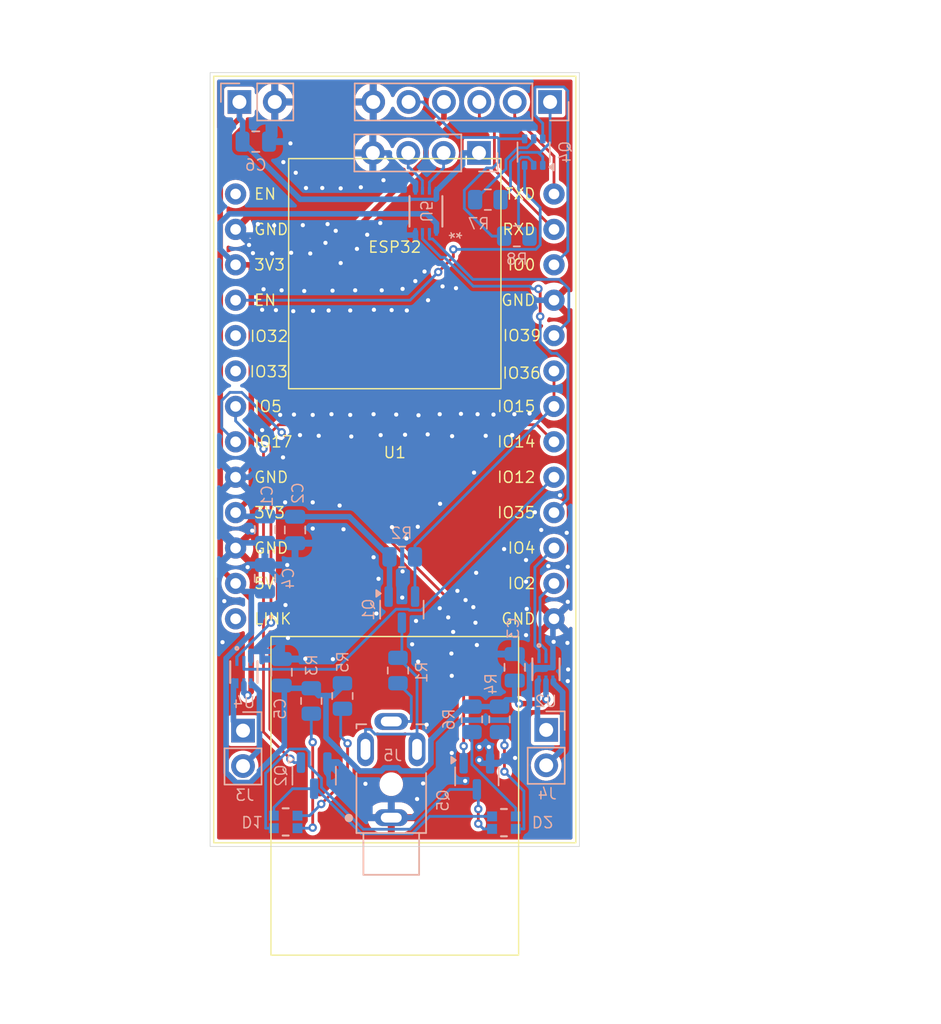
<source format=kicad_pcb>
(kicad_pcb (version 20240108) (generator "pcbnew") (generator_version "8.0")
  (layers (0 "F.Cu" signal) (31 "B.Cu" signal) (34 "B.Paste" user) (35 "F.Paste" user) (36 "B.SilkS" user "B.Silkscreen") (37 "F.SilkS" user "F.Silkscreen") (38 "B.Mask" user) (39 "F.Mask" user) (44 "Edge.Cuts" user))
  (net 0 "")
  (net 1 "+3V3")
  (net 2 "GND")
  (net 3 "+5V")
  (net 4 "Net-(Q5-D)")
  (net 5 "Net-(Q2-D)")
  (net 6 "Net-(D1-Pad4)")
  (net 7 "Net-(D1-Pad3)")
  (net 8 "Net-(J3-Pin_2)")
  (net 9 "Net-(J3-Pin_1)")
  (net 10 "Net-(J4-Pin_1)")
  (net 11 "Net-(J4-Pin_2)")
  (net 12 "Net-(J5-tip_front)")
  (net 13 "/DTR")
  (net 14 "/Prog_RX")
  (net 15 "/RTS")
  (net 16 "/Prog_TX")
  (net 17 "Net-(J7-Pin_3)")
  (net 18 "Net-(J7-Pin_2)")
  (net 19 "/lanc i{slash}o")
  (net 20 "/GREEN")
  (net 21 "Net-(Q4A-B1)")
  (net 22 "/IO0")
  (net 23 "Net-(Q4B-B2)")
  (net 24 "/EN")
  (net 25 "/RED")
  (net 27 "/pan backward")
  (net 28 "/tilt forward")
  (net 30 "/pan forward")
  (net 32 "/tilt backward")
  (net 34 "Net-(J5-ring)")
  (net 35 "Net-(D2-Pad3)")
  (net 36 "Net-(D2-Pad4)")
  (net 37 "Net-(U1-IO35{slash}ADC1_CH7{slash}INPUT_ONLY)")
  (net 38 "Net-(U1-IO39{slash}ADC1_CH3{slash}INPUT_ONLY)")
  (footprint "FootprintLibrary:WT32-ETH01" (layer "F.Cu") (at 76.708 49.022)
    (property "Reference" "U1")
    (property "Value" "WT32-ETH01")
  )
  (footprint "FootprintLibrary:SOT6_DRV8212_TEX" (layer "B.Cu") (at 65.8701 64.2747 -90)
    (property "Reference" "U4")
    (property "Value" "DRV8212DRLR")
  )
  (footprint "Resistor_SMD:R_0805_2012Metric" (layer "B.Cu") (at 72.9488 65.9892 -90)
    (property "Reference" "R5")
    (property "Value" "100")
  )
  (footprint "Connector_PinHeader_2.54mm:PinHeader_1x02_P2.54mm_Vertical" (layer "B.Cu") (at 65.8114 68.4734 180)
    (property "Reference" "J3")
    (property "Value" "Pan")
  )
  (footprint "Capacitor_SMD:C_0805_2012Metric" (layer "B.Cu") (at 67.3862 54.0512 -90)
    (property "Reference" "C1")
    (property "Value" "1uF")
  )
  (footprint "Resistor_SMD:R_0805_2012Metric" (layer "B.Cu") (at 70.7136 66.3448 -90)
    (property "Reference" "R3")
    (property "Value" "150")
  )
  (footprint "Capacitor_SMD:C_0805_2012Metric" (layer "B.Cu") (at 67.3862 57.5412 90)
    (property "Reference" "C4")
    (property "Value" "100nF")
  )
  (footprint "Resistor_SMD:R_0805_2012Metric" (layer "B.Cu") (at 85.471 32.9946)
    (property "Reference" "R8")
    (property "Value" "10K/5%")
  )
  (footprint "FootprintLibrary:SMT_RG74000_WRE" (layer "B.Cu") (at 68.8721 75.0244)
    (property "Reference" "D1")
    (property "Value" "150066RG74000")
  )
  (footprint "Connector_PinHeader_2.54mm:PinHeader_1x02_P2.54mm_Vertical" (layer "B.Cu") (at 65.5524 23.368 -90)
    (property "Reference" "J1" (hide yes))
    (property "Value" "5V input")
  )
  (footprint "Resistor_SMD:R_0805_2012Metric" (layer "B.Cu") (at 83.3882 30.3784 180)
    (property "Reference" "R7")
    (property "Value" "10K/5%")
  )
  (footprint "FootprintLibrary:SOT6_DRV8212_TEX" (layer "B.Cu") (at 87.5617 64.0715 -90)
    (property "Reference" "U2")
    (property "Value" "DRV8212DRLR")
  )
  (footprint "Package_TO_SOT_SMD:SOT-23" (layer "B.Cu") (at 82.6008 71.755 -90)
    (property "Reference" "Q5")
    (property "Value" "BSS123")
  )
  (footprint "FootprintLibrary:CUI_SJ1-2503A" (layer "B.Cu") (at 76.454 74.718)
    (property "Reference" "J5")
    (property "Value" "SJ1-2503A")
  )
  (footprint "Resistor_SMD:R_0805_2012Metric" (layer "B.Cu") (at 76.9366 64.1604 -90)
    (property "Reference" "R1")
    (property "Value" "10K")
  )
  (footprint "Package_TO_SOT_SMD:SOT-23" (layer "B.Cu") (at 77.216 59.7939 -90)
    (property "Reference" "Q1")
    (property "Value" "BSS123")
  )
  (footprint "FootprintLibrary:VSSOP8_74LVC2T45DC_125_NEX-L" (layer "B.Cu") (at 78.9432 31.2166 90)
    (property "Reference" "U5")
    (property "Value" "74LVC2T45DC")
  )
  (footprint "Resistor_SMD:R_0805_2012Metric" (layer "B.Cu") (at 84.2264 67.6656 -90)
    (property "Reference" "R4")
    (property "Value" "150")
  )
  (footprint "Connector_PinHeader_2.54mm:PinHeader_1x04_P2.54mm_Vertical" (layer "B.Cu") (at 82.7532 27.0256 90)
    (property "Reference" "J7" (hide yes))
    (property "Value" "Sensor")
  )
  (footprint "Resistor_SMD:R_0805_2012Metric" (layer "B.Cu") (at 77.2414 56.007)
    (property "Reference" "R2")
    (property "Value" "3.3K")
  )
  (footprint "Package_TO_SOT_SMD:SOT-363_SC-70-6" (layer "B.Cu") (at 86.6798 26.9646 90)
    (property "Reference" "Q4")
    (property "Value" "MUN5211DW1")
  )
  (footprint "FootprintLibrary:SMT_RG74000_WRE" (layer "B.Cu") (at 84.5439 75.0752)
    (property "Reference" "D2")
    (property "Value" "150066RG74000")
  )
  (footprint "Connector_PinHeader_2.54mm:PinHeader_1x02_P2.54mm_Vertical" (layer "B.Cu") (at 87.5792 68.4226 180)
    (property "Reference" "J4")
    (property "Value" "Tilt")
  )
  (footprint "Package_TO_SOT_SMD:SOT-23" (layer "B.Cu") (at 70.9168 71.7042 -90)
    (property "Reference" "Q2")
    (property "Value" "BSS123")
  )
  (footprint "Resistor_SMD:R_0805_2012Metric" (layer "B.Cu") (at 82.2452 67.6656 -90)
    (property "Reference" "R6")
    (property "Value" "100")
  )
  (footprint "Capacitor_SMD:C_0805_2012Metric" (layer "B.Cu") (at 85.3186 63.9318 90)
    (property "Reference" "C3")
    (property "Value" "1uF")
  )
  (footprint "Capacitor_SMD:C_0805_2012Metric" (layer "B.Cu") (at 66.7258 26.2128)
    (property "Reference" "C6")
    (property "Value" "1uF")
  )
  (footprint "Capacitor_SMD:C_0805_2012Metric" (layer "B.Cu") (at 68.58 64.2874 90)
    (property "Reference" "C5")
    (property "Value" "1uF")
  )
  (footprint "Connector_PinHeader_2.54mm:PinHeader_1x06_P2.54mm_Vertical" (layer "B.Cu") (at 87.8586 23.368 90)
    (property "Reference" "J6" (hide yes))
    (property "Value" "Prog")
  )
  (footprint "Capacitor_SMD:C_0805_2012Metric" (layer "B.Cu") (at 69.5452 54.0766 -90)
    (property "Reference" "C2")
    (property "Value" "100nF")
  )
  (gr_rect (start 63.4492 21.2598) (end 89.9668 76.7842) (stroke (width 0.05)) (fill none) (layer "Edge.Cuts"))
  (segment (start 80.2386 24.5467) (end 78.9432 25.8421) (width 0.4) (layer "F.Cu") (net 1))
  (segment (start 71.3478 35.052) (end 66.4075 35.052) (width 0.4) (layer "F.Cu") (net 1))
  (segment (start 80.2386 23.368) (end 80.2386 24.5467) (width 0.4) (layer "F.Cu") (net 1))
  (segment (start 66.4075 51.7025) (end 66.4075 35.052) (width 0.4) (layer "F.Cu") (net 1))
  (segment (start 78.9432 27.4566) (end 71.3478 35.052) (width 0.4) (layer "F.Cu") (net 1))
  (segment (start 78.9432 25.8421) (end 78.9432 27.4566) (width 0.4) (layer "F.Cu") (net 1))
  (segment (start 66.4075 35.052) (end 65.278 35.052) (width 0.4) (layer "F.Cu") (net 1))
  (segment (start 65.278 52.832) (end 66.4075 51.7025) (width 0.4) (layer "F.Cu") (net 1))
  (segment (start 76.3289 58.7935) (end 76.3289 56.007) (width 0.4) (layer "B.Cu") (net 1))
  (segment (start 64.1604 32.0587) (end 64.1604 33.9344) (width 0.4) (layer "B.Cu") (net 1))
  (segment (start 67.4116 53.1266) (end 67.3862 53.1012) (width 0.4) (layer "B.Cu") (net 1))
  (segment (start 79.0046 31.3929) (end 64.8262 31.3929) (width 0.4) (layer "B.Cu") (net 1))
  (segment (start 76.3289 56.007) (end 73.4485 53.1266) (width 0.4) (layer "B.Cu") (net 1))
  (segment (start 64.8262 31.3929) (end 64.1604 32.0587) (width 0.4) (layer "B.Cu") (net 1))
  (segment (start 64.1604 33.9344) (end 65.278 35.052) (width 0.4) (layer "B.Cu") (net 1))
  (segment (start 79.6934 32.0817) (end 79.0046 31.3929) (width 0.4) (layer "B.Cu") (net 1))
  (segment (start 67.3862 53.1012) (end 65.5472 53.1012) (width 0.4) (layer "B.Cu") (net 1))
  (segment (start 76.266 58.8564) (end 76.3289 58.7935) (width 0.4) (layer "B.Cu") (net 1))
  (segment (start 73.4485 53.1266) (end 69.5452 53.1266) (width 0.4) (layer "B.Cu") (net 1))
  (segment (start 69.5452 53.1266) (end 67.4116 53.1266) (width 0.4) (layer "B.Cu") (net 1))
  (segment (start 65.5472 53.1012) (end 65.278 52.832) (width 0.4) (layer "B.Cu") (net 1))
  (segment (start 79.6934 32.6898) (end 79.6934 32.0817) (width 0.4) (layer "B.Cu") (net 1))
  (segment (start 68.0924 23.368) (end 68.0924 29.6976) (width 0.4) (layer "F.Cu") (net 2))
  (segment (start 88.138 37.592) (end 89.2556 38.7096) (width 0.4) (layer "F.Cu") (net 2))
  (segment (start 75.1586 23.368) (end 75.1586 24.5467) (width 0.4) (layer "F.Cu") (net 2))
  (segment (start 89.2556 59.1058) (end 89.1286 59.2328) (width 0.4) (layer "F.Cu") (net 2))
  (segment (start 89.2556 56.8452) (end 89.2556 59.1058) (width 0.4) (layer "F.Cu") (net 2))
  (segment (start 75.1332 24.5721) (end 75.1332 27.0256) (width 0.4) (layer "F.Cu") (net 2))
  (segment (start 89.0524 54.2798) (end 89.2556 54.483) (width 0.4) (layer "F.Cu") (net 2))
  (segment (start 89.2556 56.5912) (end 89.1286 56.7182) (width 0.4) (layer "F.Cu") (net 2))
  (segment (start 89.2556 38.7096) (end 89.2556 54.0766) (width 0.4) (layer "F.Cu") (net 2))
  (segment (start 89.1286 56.7182) (end 89.2556 56.8452) (width 0.4) (layer "F.Cu") (net 2))
  (segment (start 89.2556 54.483) (end 89.2556 56.5912) (width 0.4) (layer "F.Cu") (net 2))
  (segment (start 89.2431 59.3469) (end 88.138 60.452) (width 0.4) (layer "F.Cu") (net 2))
  (segment (start 75.1586 24.5467) (end 75.1332 24.5721) (width 0.4) (layer "F.Cu") (net 2))
  (segment (start 89.2556 54.0766) (end 89.0524 54.2798) (width 0.4) (layer "F.Cu") (net 2))
  (segment (start 68.0924 29.6976) (end 65.278 32.512) (width 0.4) (layer "F.Cu") (net 2))
  (segment (start 89.1286 59.2328) (end 89.2431 59.3469) (width 0.4) (layer "F.Cu") (net 2))
  (via (at 73.9902 33.909) (size 0.6) (drill 0.3) (layers "F.Cu" "B.Cu") (net 2))
  (via (at 74.5998 72.2884) (size 0.6) (drill 0.3) (layers "F.Cu" "B.Cu") (net 2))
  (via (at 70.2818 63.3222) (size 0.6) (drill 0.3) (layers "F.Cu" "B.Cu") (net 2))
  (via (at 78.74 72.263) (size 0.6) (drill 0.3) (layers "F.Cu" "B.Cu") (net 2))
  (via (at 75.692 47.2694) (size 0.6) (drill 0.3) (layers "F.Cu" "B.Cu") (net 2))
  (via (at 80.7974 64.5414) (size 0.6) (drill 0.3) (layers "F.Cu" "B.Cu") (net 2))
  (via (at 76.8096 45.7962) (size 0.6) (drill 0.3) (layers "F.Cu" "B.Cu") (net 2))
  (via (at 83.4644 69.6468) (size 0.6) (drill 0.3) (layers "F.Cu" "B.Cu") (net 2))
  (via (at 68.58 36.8808) (size 0.6) (drill 0.3) (layers "F.Cu" "B.Cu") (net 2))
  (via (at 77.5462 54.6862) (size 0.6) (drill 0.3) (layers "F.Cu" "B.Cu") (net 2))
  (via (at 75.184 56.0324) (size 0.6) (drill 0.3) (layers "F.Cu" "B.Cu") (net 2))
  (via (at 76.4794 38.3032) (size 0.6) (drill 0.3) (layers "F.Cu" "B.Cu") (net 2))
  (via (at 78.8416 35.5346) (size 0.6) (drill 0.3) (layers "F.Cu" "B.Cu") (net 2))
  (via (at 82.4992 60.7314) (size 0.6) (drill 0.3) (layers "F.Cu" "B.Cu") (net 2))
  (via (at 75.5396 57.5818) (size 0.6) (drill 0.3) (layers "F.Cu" "B.Cu") (net 2))
  (via (at 87.2236 54.0766) (size 0.6) (drill 0.3) (layers "F.Cu" "B.Cu") (net 2))
  (via (at 68.6816 48.8696) (size 0.6) (drill 0.3) (layers "F.Cu" "B.Cu") (net 2))
  (via (at 81.4578 45.7454) (size 0.6) (drill 0.3) (layers "F.Cu" "B.Cu") (net 2))
  (via (at 70.8406 38.354) (size 0.6) (drill 0.3) (layers "F.Cu" "B.Cu") (net 2))
  (via (at 86.1314 61.6204) (size 0.6) (drill 0.3) (layers "F.Cu" "B.Cu") (net 2))
  (via (at 82.6008 62.3316) (size 0.6) (drill 0.3) (layers "F.Cu" "B.Cu") (net 2))
  (via (at 68.4784 45.8216) (size 0.6) (drill 0.3) (layers "F.Cu" "B.Cu") (net 2))
  (via (at 78.1812 36.2204) (size 0.6) (drill 0.3) (layers "F.Cu" "B.Cu") (net 2))
  (via (at 89.1032 62.1792) (size 0.6) (drill 0.3) (layers "F.Cu" "B.Cu") (net 2))
  (via (at 69.4182 38.3794) (size 0.6) (drill 0.3) (layers "F.Cu" "B.Cu") (net 2))
  (via (at 72.263 63.3476) (size 0.6) (drill 0.3) (layers "F.Cu" "B.Cu") (net 2))
  (via (at 69.596 28.448) (size 0.6) (drill 0.3) (layers "F.Cu" "B.Cu") (net 2))
  (via (at 70.2056 36.9316) (size 0.6) (drill 0.3) (layers "F.Cu" "B.Cu") (net 2))
  (via (at 82.7786 69.6468) (size 0.6) (drill 0.3) (layers "F.Cu" "B.Cu") (net 2))
  (via (at 83.2358 47.3202) (size 0.6) (drill 0.3) (layers "F.Cu" "B.Cu") (net 2))
  (via (at 77.2414 58.928) (size 0.6) (drill 0.3) (layers "F.Cu" "B.Cu") (net 2))
  (via (at 78.4098 45.847) (size 0.6) (drill 0.3) (layers "F.Cu" "B.Cu") (net 2))
  (via (at 78.232 60.6044) (size 0.6) (drill 0.3) (layers "F.Cu" "B.Cu") (net 2))
  (via (at 64.4652 59.182) (size 0.6) (drill 0.3) (layers "F.Cu" "B.Cu") (net 2))
  (via (at 73.8632 36.8808) (size 0.6) (drill 0.3) (layers "F.Cu" "B.Cu") (net 2))
  (via (at 89.1286 59.2328) (size 0.6) (drill 0.3) (layers "F.Cu" "B.Cu") (net 2))
  (via (at 89.154 64.0842) (size 0.6) (drill 0.3) (layers "F.Cu" "B.Cu") (net 2))
  (via (at 68.9864 56.5912) (size 0.6) (drill 0.3) (layers "F.Cu" "B.Cu") (net 2))
  (via (at 86.3854 45.72) (size 0.6) (drill 0.3) (layers "F.Cu" "B.Cu") (net 2))
  (via (at 79.0702 47.2186) (size 0.6) (drill 0.3) (layers "F.Cu" "B.Cu") (net 2))
  (via (at 80.899 61.3918) (size 0.6) (drill 0.3) (layers "F.Cu" "B.Cu") (net 2))
  (via (at 67.183 46.9138) (size 0.6) (drill 0.3) (layers "F.Cu" "B.Cu") (net 2))
  (via (at 80.772 62.9412) (size 0.6) (drill 0.3) (layers "F.Cu" "B.Cu") (net 2))
  (via (at 87.7316 56.6674) (size 0.6) (drill 0.3) (layers "F.Cu" "B.Cu") (net 2))
  (via (at 82.55 57.15) (size 0.6) (drill 0.3) (layers "F.Cu" "B.Cu") (net 2))
  (via (at 88.1126 62.103) (size 0.6) (drill 0.3) (layers "F.Cu" "B.Cu") (net 2))
  (via (at 73.025 54.0258) (size 0.6) (drill 0.3) (layers "F.Cu" "B.Cu") (net 2))
  (via (at 74.7268 32.893) (size 0.6) (drill 0.3) (layers "F.Cu" "B.Cu") (net 2))
  (via (at 67.2846 36.8046) (size 0.6) (drill 0.3) (layers "F.Cu" "B.Cu") (net 2))
  (via (at 89.1286 64.9224) (size 0.6) (drill 0.3) (layers "F.Cu" "B.Cu") (net 2))
  (via (at 83.7946 45.7962) (size 0.6) (drill 0.3) (layers "F.Cu" "B.Cu") (net 2))
  (via (at 66.8782 32.131) (size 0.6) (drill 0.3) (layers "F.Cu" "B.Cu") (net 2))
  (via (at 82.6516 45.7708) (size 0.6) (drill 0.3) (layers "F.Cu" "B.Cu") (net 2))
  (via (at 72.1614 45.7708) (size 0.6) (drill 0.3) (layers "F.Cu" "B.Cu") (net 2))
  (via (at 82.3468 59.6138) (size 0.6) (drill 0.3) (layers "F.Cu" "B.Cu") (net 2))
  (via (at 79.0956 37.592) (size 0.6) (drill 0.3) (layers "F.Cu" "B.Cu") (net 2))
  (via (at 85.2932 45.7708) (size 0.6) (drill 0.3) (layers "F.Cu" "B.Cu") (net 2))
  (via (at 68.707 27.686) (size 0.6) (drill 0.3) (layers "F.Cu" "B.Cu") (net 2))
  (via (at 75.2094 38.2778) (size 0.6) (drill 0.3) (layers "F.Cu" "B.Cu") (net 2))
  (via (at 77.4446 47.244) (size 0.6) (drill 0.3) (layers "F.Cu" "B.Cu") (net 2))
  (via (at 74.2696 29.4894) (size 0.6) (drill 0.3) (layers "F.Cu" "B.Cu") (net 2))
  (via (at 72.8218 29.5656) (size 0.6) (drill 0.3) (layers "F.Cu" "B.Cu") (net 2))
  (via (at 80.8228 47.3456) (size 0.6) (drill 0.3) (layers "F.Cu" "B.Cu") (net 2))
  (via (at 70.8152 52.0954) (size 0.6) (drill 0.3) (layers "F.Cu" "B.Cu") (net 2))
  (via (at 81.2038 58.4454) (size 0.6) (drill 0.3) (layers "F.Cu" "B.Cu") (net 2))
  (via (at 72.4662 32.6136) (size 0.6) (drill 0.3) (layers "F.Cu" "B.Cu") (net 2))
  (via (at 68.834 52.0954) (size 0.6) (drill 0.3) (layers "F.Cu" "B.Cu") (net 2))
  (via (at 77.2668 36.7792) (size 0.6) (drill 0.3) (layers "F.Cu" "B.Cu") (net 2))
  (via (at 70.6374 34.2392) (size 0.6) (drill 0.3) (layers "F.Cu" "B.Cu") (net 2))
  (via (at 71.501 29.5402) (size 0.6) (drill 0.3) (layers "F.Cu" "B.Cu") (net 2))
  (via (at 66.1416 56.7436) (size 0.6) (drill 0.3) (layers "F.Cu" "B.Cu") (net 2))
  (via (at 81.7626 72.0852) (size 0.6) (drill 0.3) (layers "F.Cu" "B.Cu") (net 2))
  (via (at 73.5838 47.371) (size 0.6) (drill 0.3) (layers "F.Cu" "B.Cu") (net 2))
  (via (at 68.0466 32.2326) (size 0.6) (drill 0.3) (layers "F.Cu" "B.Cu") (net 2))
  (via (at 67.8942 34.2392) (size 0.6) (drill 0.3) (layers "F.Cu" "B.Cu") (net 2))
  (via (at 79.9338 45.7708) (size 0.6) (drill 0.3) (layers "F.Cu" "B.Cu") (net 2))
  (via (at 70.8152 45.8216) (size 0.6) (drill 0.3) (layers "F.Cu" "B.Cu") (net 2))
  (via (at 82.7722 70.5866) (size 0.6) (drill 0.3) (layers "F.Cu" "B.Cu") (net 2))
  (via (at 71.9582 38.3286) (size 0.6) (drill 0.3) (layers "F.Cu" "B.Cu") (net 2))
  (via (at 77.9526 62.2808) (size 0.6) (drill 0.3) (layers "F.Cu" "B.Cu") (net 2))
  (via (at 71.7296 33.4772) (size 0.6) (drill 0.3) (layers "F.Cu" "B.Cu") (net 2))
  (via (at 79.9338 59.69) (size 0.6) (drill 0.3) (layers "F.Cu" "B.Cu") (net 2))
  (via (at 80.137 36.6014) (size 0.6) (drill 0.3) (layers "F.Cu" "B.Cu") (net 2))
  (via (at 70.3326 29.5402) (size 0.6) (drill 0.3) (layers "F.Cu" "B.Cu") (net 2))
  (via (at 78.994 68.0466) (size 0.6) (drill 0.3) (layers "F.Cu" "B.Cu") (net 2))
  (via (at 86.1822 59.7408) (size 0.6) (drill 0.3) (layers "F.Cu" "B.Cu") (net 2))
  (via (at 86.1314 57.785) (size 0.6) (drill 0.3) (layers "F.Cu" "B.Cu") (net 2))
  (via (at 81.788 59.1058) (size 0.6) (drill 0.3) (layers "F.Cu" "B.Cu") (net 2))
  (via (at 75.8952 28.9814) (size 0.6) (drill 0.3) (layers "F.Cu" "B.Cu") (net 2))
  (via (at 73.5076 38.3286) (size 0.6) (drill 0.3) (layers "F.Cu" "B.Cu") (net 2))
  (via (at 72.7456 52.324) (size 0.6) (drill 0.3) (layers "F.Cu" "B.Cu") (net 2))
  (via (at 80.5434 60.3504) (size 0.6) (drill 0.3) (layers "F.Cu" "B.Cu") (net 2))
  (via (at 85.1408 47.2694) (size 0.6) (drill 0.3) (layers "F.Cu" "B.Cu") (net 2))
  (via (at 86.7664 52.8066) (size 0.6) (drill 0.3) (layers "F.Cu" "B.Cu") (net 2))
  (via (at 85.344 70.4342) (size 0.6) (drill 0.3) (layers "F.Cu" "B.Cu") (net 2))
  (via (at 68.1736 38.3032) (size 0.6) (drill 0.3) (layers "F.Cu" "B.Cu") (net 2))
  (via (at 69.215 26.3398) (size 0.6) (drill 0.3) (layers "F.Cu" "B.Cu") (net 2))
  (via (at 79.9592 52.197) (size 0.6) (drill 0.3) (layers "F.Cu" "B.Cu") (net 2))
  (via (at 73.5076 45.8216) (size 0.6) (drill 0.3) (layers "F.Cu" "B.Cu") (net 2))
  (via (at 71.247 47.3202) (size 0.6) (drill 0.3) (layers "F.Cu" "B.Cu") (net 2))
  (via (at 86.1314 56.2356) (size 0.6) (drill 0.3) (layers "F.Cu" "B.Cu") (net 2))
  (via (at 78.359 53.848) (size 0.6) (drill 0.3) (layers "F.Cu" "B.Cu") (net 2))
  (via (at 66.4718 54.1274) (size 0.6) (drill 0.3) (layers "F.Cu" "B.Cu") (net 2))
  (via (at 64.3382 62.1284) (size 0.6) (drill 0.3) (layers "F.Cu" "B.Cu") (net 2))
  (via (at 69.469 45.7962) (size 0.6) (drill 0.3) (layers "F.Cu" "B.Cu") (net 2))
  (via (at 75.7682 36.8808) (size 0.6) (drill 0.3) (layers "F.Cu" "B.Cu") (net 2))
  (via (at 69.9008 47.2694) (size 0.6) (drill 0.3) (layers "F.Cu" "B.Cu") (net 2))
  (via (at 78.3844 63.5254) (size 0.6) (drill 0.3) (layers "F.Cu" "B.Cu") (net 2))
  (via (at 78.3082 73.3806) (size 0.6) (drill 0.3) (layers "F.Cu" "B.Cu") (net 2))
  (via (at 75.184 45.7708) (size 0.6) (drill 0.3) (layers "F.Cu" "B.Cu") (net 2))
  (via (at 66.5226 34.2138) (size 0.6) (drill 0.3) (layers "F.Cu" "B.Cu") (net 2))
  (via (at 69.2658 34.1884) (size 0.6) (drill 0.3) (layers "F.Cu" "B.Cu") (net 2))
  (via (at 89.1286 56.7182) (size 0.6) (drill 0.3) (layers "F.Cu" "B.Cu") (net 2))
  (via (at 76.5048 53.8734) (size 0.6) (drill 0.3) (layers "F.Cu" "B.Cu") (net 2))
  (via (at 66.2432 33.6296) (size 0.6) (drill 0.3) (layers "F.Cu" "B.Cu") (net 2))
  (via (at 70.8152 53.975) (size 0.6) (drill 0.3) (layers "F.Cu" "B.Cu") (net 2))
  (via (at 75.3872 60.071) (size 0.6) (drill 0.3) (layers "F.Cu" "B.Cu") (net 2))
  (via (at 70.104 32.2072) (size 0.6) (drill 0.3) (layers "F.Cu" "B.Cu") (net 2))
  (via (at 77.5716 38.3286) (size 0.6) (drill 0.3) (layers "F.Cu" "B.Cu") (net 2))
  (via (at 81.1022 36.7284) (size 0.6) (drill 0.3) (layers "F.Cu" "B.Cu") (net 2))
  (via (at 71.882 32.131) (size 0.6) (drill 0.3) (layers "F.Cu" "B.Cu") (net 2))
  (via (at 80.7974 70.0786) (size 0.6) (drill 0.3) (layers "F.Cu" "B.Cu") (net 2))
  (via (at 69.0372 61.8236) (size 0.6) (drill 0.3) (layers "F.Cu" "B.Cu") (net 2))
  (via (at 68.8594 59.4614) (size 0.6) (drill 0.3) (layers "F.Cu" "B.Cu") (net 2))
  (via (at 89.0524 54.2798) (size 0.6) (drill 0.3) (layers "F.Cu" "B.Cu") (net 2))
  (via (at 84.5566 55.4482) (size 0.6) (drill 0.3) (layers "F.Cu" "B.Cu") (net 2))
  (via (at 88.5698 51.5874) (size 0.6) (drill 0.3) (layers "F.Cu" "B.Cu") (net 2))
  (via (at 75.6666 32.0548) (size 0.6) (drill 0.3) (layers "F.Cu" "B.Cu") (net 2))
  (via (at 72.8218 34.925) (size 0.6) (drill 0.3) (layers "F.Cu" "B.Cu") (net 2))
  (via (at 82.3976 49.9618) (size 0.6) (drill 0.3) (layers "F.Cu" "B.Cu") (net 2))
  (via (at 72.2376 36.9062) (size 0.6) (drill 0.3) (layers "F.Cu" "B.Cu") (net 2))
  (via (at 77.2668 57.0484) (size 0.6) (drill 0.3) (layers "F.Cu" "B.Cu") (net 2))
  (via (at 67.183 38.2778) (size 0.6) (drill 0.3) (layers "F.Cu" "B.Cu") (net 2))
  (segment (start 70.8152 45.8216) (end 70.8152 45.729) (width 0.4) (layer "B.Cu") (net 2))
  (segment (start 72.1573 32.9225) (end 72.4662 32.6136) (width 0.4) (layer "B.Cu") (net 2))
  (segment (start 72.4662 32.6136) (end 72.7751 32.9225) (width 0.4) (layer "B.Cu") (net 2))
  (segment (start 65.278 55.0012) (end 64.1864 53.9096) (width 0.4) (layer "B.Cu") (net 2))
  (segment (start 85.27 67.7194) (end 81.5188 67.7194) (width 0.4) (layer "B.Cu") (net 2))
  (segment (start 79.0956 37.4486) (end 79.9428 36.6014) (width 0.4) (layer "B.Cu") (net 2))
  (segment (start 81.5188 67.7194) (end 79.8516 69.3866) (width 0.4) (layer "B.Cu") (net 2))
  (segment (start 80.137 36.4072) (end 80.4563 36.0879) (width 0.4) (layer "B.Cu") (net 2))
  (segment (start 88.0618 62.0522) (end 88.1126 62.103) (width 0.4) (layer "B.Cu") (net 2))
  (segment (start 69.9008 46.6434) (end 70.7226 45.8216) (width 0.4) (layer "B.Cu") (net 2))
  (segment (start 84.1987 70.8175) (end 85.27 69.7462) (width 0.4) (layer "B.Cu") (net 2))
  (segment (start 88.0618 63.9557) (end 86.3822 63.9557) (width 0.4) (layer "B.Cu") (net 2))
  (segment (start 80.4563 36.0879) (end 80.4563 35.3101) (width 0.4) (layer "B.Cu") (net 2))
  (segment (start 64.1864 53.9096) (end 64.1864 51.3836) (width 0.4) (layer "B.Cu") (net 2))
  (segment (start 77.5716 38.3286) (end 78.2156 38.3286) (width 0.4) (layer "B.Cu") (net 2))
  (segment (start 69.9008 47.2694) (end 69.9008 46.6434) (width 0.4) (layer "B.Cu") (net 2))
  (segment (start 72.7751 32.9225) (end 74.6973 32.9225) (width 0.4) (layer "B.Cu") (net 2))
  (segment (start 86.3822 63.9557) (end 86.3822 66.7302) (width 0.4) (layer "B.Cu") (net 2))
  (segment (start 66.2522 50.292) (end 69.2748 47.2694) (width 0.4) (layer "B.Cu") (net 2))
  (segment (start 81.1022 36.7284) (end 81.1022 36.7338) (width 0.4) (layer "B.Cu") (net 2))
  (segment (start 69.2748 47.2694) (end 69.9008 47.2694) (width 0.4) (layer "B.Cu") (net 2))
  (segment (start 88.0618 63.2714) (end 88.0618 63.9557) (width 0.4) (layer "B.Cu") (net 2))
  (segment (start 85.393 67.7194) (end 85.27 67.7194) (width 0.4) (layer "B.Cu") (net 2))
  (segment (start 68.0924 23.368) (end 73.9799 23.368) (width 0.4) (layer "B.Cu") (net 2))
  (segment (start 88.138 60.452) (end 88.0618 60.5282) (width 0.4) (layer "B.Cu") (net 2))
  (segment (start 81.9604 37.592) (end 88.138 37.592) (width 0.4) (layer "B.Cu") (net 2))
  (segment (start 69.5452 55.0266) (end 67.4116 55.0266) (width 0.4) (layer "B.Cu") (net 2))
  (segment (start 80.088 34.9418) (end 79.8369 34.9418) (width 0.4) (layer "B.Cu") (net 2))
  (segment (start 68.0924 25.7962) (end 68.0924 23.368) (width 0.4) (layer "B.Cu") (net 2))
  (segment (start 67.4116 56.5658) (end 67.3862 56.5912) (width 0.4) (layer "B.Cu") (net 2))
  (segment (start 78.9522 37.592) (end 79.0956 37.592) (width 0.4) (layer "B.Cu") (net 2))
  (segment (start 65.278 50.292) (end 66.2522 50.292) (width 0.4) (layer "B.Cu") (net 2))
  (segment (start 79.0956 37.592) (end 79.0956 37.4486) (width 0.4) (layer "B.Cu") (net 2))
  (segment (start 65.6885 32.9225) (end 72.1573 32.9225) (width 0.4) (layer "B.Cu") (net 2))
  (segment (start 67.6758 26.2128) (end 68.0924 25.7962) (width 0.4) (layer "B.Cu") (net 2))
  (segment (start 66.3702 63.4746) (end 66.3702 62.7903) (width 0.4) (layer "B.Cu") (net 2))
  (segment (start 85.27 69.7462) (end 85.27 67.7194) (width 0.4) (layer "B.Cu") (net 2))
  (segment (start 88.0618 60.5282) (end 88.0618 62.0522) (width 0.4) (layer "B.Cu") (net 2))
  (segment (start 65.278 32.512) (end 65.6885 32.9225) (width 0.4) (layer "B.Cu") (net 2))
  (segment (start 67.4116 55.0266) (end 67.4116 56.5658) (width 0.4) (layer "B.Cu") (net 2))
  (segment (start 68.4513 59.0533) (end 68.4513 57.6563) (width 0.4) (layer "B.Cu") (net 2))
  (segment (start 78.193 32.9225) (end 78.193 33.2979) (width 0.4) (layer "B.Cu") (net 2))
  (segment (start 79.8516 72.8571) (end 77.9907 74.718) (width 0.4) (layer "B.Cu") (net 2))
  (segment (start 64.1864 51.3836) (end 65.278 50.292) (width 0.4) (layer "B.Cu") (net 2))
  (segment (start 78.193 29.7434) (end 78.193 29.1353) (width 0.4) (layer "B.Cu") (net 2))
  (segment (start 86.2925 63.9557) (end 85.3186 62.9818) (width 0.4) (layer "B.Cu") (net 2))
  (segment (start 70.8152 45.729) (end 77.5716 38.9726) (width 0.4) (layer "B.Cu") (net 2))
  (segment (start 81.1022 36.7338) (end 81.9604 37.592) (width 0.4) (layer "B.Cu") (net 2))
  (segment (start 76.454 74.718) (end 77.9907 74.718) (width 0.4) (layer "B.Cu") (net 2))
  (segment (start 81.0968 36.7284) (end 81.1022 36.7284) (width 0.4) (layer "B.Cu") (net 2))
  (segment (start 68.8594 59.4614) (end 68.4513 59.0533) (width 0.4) (layer "B.Cu") (net 2))
  (segment (start 78.193 32.6898) (end 78.193 32.9225) (width 0.4) (layer "B.Cu") (net 2))
  (segment (start 66.3702 62.7903) (end 68.0329 62.7903) (width 0.4) (layer "B.Cu") (net 2))
  (segment (start 74.9173 73.8172) (end 71.8668 70.7667) (width 0.4) (layer "B.Cu") (net 2))
  (segment (start 65.278 55.0012) (end 67.3862 55.0012) (width 0.4) (layer "B.Cu") (net 2))
  (segment (start 86.3822 66.7302) (end 85.393 67.7194) (width 0.4) (layer "B.Cu") (net 2))
  (segment (start 80.4563 36.0879) (end 81.0968 36.7284) (width 0.4) (layer "B.Cu") (net 2))
  (segment (start 78.2156 38.3286) (end 78.9522 37.592) (width 0.4) (layer "B.Cu") (net 2))
  (segment (start 88.1126 62.103) (end 88.0618 62.1538) (width 0.4) (layer "B.Cu") (net 2))
  (segment (start 76.454 74.718) (end 74.9173 74.718) (width 0.4) (layer "B.Cu") (net 2))
  (segment (start 68.4513 62.3719) (end 68.4513 59.8695) (width 0.4) (layer "B.Cu") (net 2))
  (segment (start 83.5508 70.8175) (end 82.9333 70.8175) (width 0.4) (layer "B.Cu") (net 2))
  (segment (start 79.9428 36.6014) (end 80.137 36.6014) (width 0.4) (layer "B.Cu") (net 2))
  (segment (start 75.1586 23.368) (end 73.9799 23.368) (width 0.4) (layer "B.Cu") (net 2))
  (segment (start 76.3119 27.0256) (end 76.3119 27.3649) (width 0.4) (layer "B.Cu") (net 2))
  (segment (start 68.4513 57.6563) (end 67.3862 56.5912) (width 0.4) (layer "B.Cu") (net 2))
  (segment (start 76.3119 27.3649) (end 78.0823 29.1353) (width 0.4) (layer "B.Cu") (net 2))
  (segment (start 78.0823 29.1353) (end 78.193 29.1353) (width 0.4) (layer "B.Cu") (net 2))
  (segment (start 82.7024 70.5866) (end 82.7722 70.5866) (width 0.4) (layer "B.Cu") (net 2))
  (segment (start 75.1332 27.0256) (end 76.3119 27.0256) (width 0.4) (layer "B.Cu") (net 2))
  (segment (start 82.9333 70.8175) (end 82.7024 70.5866) (width 0.4) (layer "B.Cu") (net 2))
  (segment (start 83.5508 70.8175) (end 84.1987 70.8175) (width 0.4) (layer "B.Cu") (net 2))
  (segment (start 65.278 55.372) (end 65.278 55.0012) (width 0.4) (layer "B.Cu") (net 2))
  (segment (start 68.0329 62.7903) (end 68.58 63.3374) (width 0.4) (layer "B.Cu") (net 2))
  (segment (start 86.3822 63.9557) (end 86.2925 63.9557) (width 0.4) (layer "B.Cu") (net 2))
  (segment (start 74.7268 32.893) (end 74.7563 32.9225) (width 0.4) (layer "B.Cu") (net 2))
  (segment (start 74.7563 32.9225) (end 78.193 32.9225) (width 0.4) (layer "B.Cu") (net 2))
  (segment (start 70.7226 45.8216) (end 70.8152 45.8216) (width 0.4) (layer "B.Cu") (net 2))
  (segment (start 67.4116 55.0266) (end 67.3862 55.0012) (width 0.4) (layer "B.Cu") (net 2))
  (segment (start 80.4563 35.3101) (end 80.088 34.9418) (width 0.4) (layer "B.Cu") (net 2))
  (segment (start 68.4513 59.8695) (end 68.8594 59.4614) (width 0.4) (layer "B.Cu") (net 2))
  (segment (start 74.9173 74.718) (end 74.9173 73.8172) (width 0.4) (layer "B.Cu") (net 2))
  (segment (start 68.0329 62.7903) (end 68.4513 62.3719) (width 0.4) (layer "B.Cu") (net 2))
  (segment (start 88.0618 62.1538) (end 88.0618 63.2714) (width 0.4) (layer "B.Cu") (net 2))
  (segment (start 74.6973 32.9225) (end 74.7268 32.893) (width 0.4) (layer "B.Cu") (net 2))
  (segment (start 79.8369 34.9418) (end 78.193 33.2979) (width 0.4) (layer "B.Cu") (net 2))
  (segment (start 77.5716 38.9726) (end 77.5716 38.3286) (width 0.4) (layer "B.Cu") (net 2))
  (segment (start 79.8516 69.3866) (end 79.8516 72.8571) (width 0.4) (layer "B.Cu") (net 2))
  (segment (start 80.137 36.6014) (end 80.137 36.4072) (width 0.4) (layer "B.Cu") (net 2))
  (segment (start 65.278 57.912) (end 66.3959 59.0299) (width 0.4) (layer "F.Cu") (net 3))
  (segment (start 64.1721 56.8061) (end 65.278 57.912) (width 0.4) (layer "F.Cu") (net 3))
  (segment (start 65.5524 23.368) (end 65.5524 24.5467) (width 0.4) (layer "F.Cu") (net 3))
  (segment (start 65.5524 24.5467) (end 64.1721 25.927) (width 0.4) (layer "F.Cu") (net 3))
  (segment (start 87.2582 66.5388) (end 85.6335 66.5388) (width 0.4) (layer "F.Cu") (net 3))
  (segment (start 64.1721 25.927) (end 64.1721 56.8061) (width 0.4) (layer "F.Cu") (net 3))
  (segment (start 87.5792 66.2178) (end 87.2582 66.5388) (width 0.4) (layer "F.Cu") (net 3))
  (segment (start 66.3959 59.0299) (end 66.3959 65.6692) (width 0.4) (layer "F.Cu") (net 3))
  (segment (start 66.3959 65.6692) (end 66.1332 65.9319) (width 0.4) (layer "F.Cu") (net 3))
  (via (at 87.5792 66.2178) (size 0.6) (drill 0.3) (layers "F.Cu" "B.Cu") (net 3))
  (via (at 85.6335 66.5388) (size 0.6) (drill 0.3) (layers "F.Cu" "B.Cu") (net 3))
  (via (at 66.1332 65.9319) (size 0.6) (drill 0.3) (layers "F.Cu" "B.Cu") (net 3))
  (segment (start 65.7758 26.2128) (end 65.7758 24.7701) (width 0.4) (layer "B.Cu") (net 3))
  (segment (start 71.7677 65.9593) (end 71.2406 65.9593) (width 0.4) (layer "B.Cu") (net 3))
  (segment (start 72.8218 65.4323) (end 72.2948 65.9593) (width 0.4) (layer "B.Cu") (net 3))
  (segment (start 66.412 58.4912) (end 66.412 61.4676) (width 0.4) (layer "B.Cu") (net 3))
  (segment (start 71.2406 65.9593) (end 70.7136 65.4323) (width 0.4) (layer "B.Cu") (net 3))
  (segment (start 75.7394 71.3659) (end 75.966 71.1393) (width 0.4) (layer "B.Cu") (net 3))
  (segment (start 76.9422 71.1393) (end 77.1688 71.3659) (width 0.4) (layer "B.Cu") (net 3))
  (segment (start 77.1688 71.3659) (end 78.7383 71.3659) (width 0.4) (layer "B.Cu") (net 3))
  (segment (start 79.6348 30.35) (end 79.6934 30.2914) (width 0.4) (layer "B.Cu") (net 3))
  (segment (start 65.7758 24.7701) (end 65.5524 24.5467) (width 0.4) (layer "B.Cu") (net 3))
  (segment (start 68.58 65.2374) (end 68.7749 65.4323) (width 0.4) (layer "B.Cu") (net 3))
  (segment (start 79.3005 70.8037) (end 79.3005 69.135) (width 0.4) (layer "B.Cu") (net 3))
  (segment (start 69.913 30.35) (end 65.7758 26.2128) (width 0.4) (layer "B.Cu") (net 3))
  (segment (start 68.7749 65.4323) (end 70.7136 65.4323) (width 0.4) (layer "B.Cu") (net 3))
  (segment (start 85.3567 66.262) (end 85.6335 66.5388) (width 0.4) (layer "B.Cu") (net 3))
  (segment (start 84.2264 66.7531) (end 84.7175 66.262) (width 0.4) (layer "B.Cu") (net 3))
  (segment (start 85.3186 64.8818) (end 85.3186 66.262) (width 0.4) (layer "B.Cu") (net 3))
  (segment (start 66.412 61.4676) (end 64.5934 63.2862) (width 0.4) (layer "B.Cu") (net 3))
  (segment (start 84.7175 66.262) (end 85.3186 66.262) (width 0.4) (layer "B.Cu") (net 3))
  (segment (start 66.3305 72.1974) (end 66.9901 71.5378) (width 0.4) (layer "B.Cu") (net 3))
  (segment (start 71.7677 68.9501) (end 74.1835 71.3659) (width 0.4) (layer "B.Cu") (net 3))
  (segment (start 67.3862 58.4912) (end 66.412 58.4912) (width 0.4) (layer "B.Cu") (net 3))
  (segment (start 71.7677 65.9593) (end 71.7677 68.9501) (width 0.4) (layer "B.Cu") (net 3))
  (segment (start 65.5524 23.368) (end 65.5524 24.5467) (width 0.4) (layer "B.Cu") (net 3))
  (segment (start 72.2948 65.9593) (end 71.7677 65.9593) (width 0.4) (layer "B.Cu") (net 3))
  (segment (start 65.9604 65.7591) (end 66.1332 65.9319) (width 0.4) (layer "B.Cu") (net 3))
  (segment (start 81.5745 27.0256) (end 81.5745 27.8623) (width 0.4) (layer "B.Cu") (net 3))
  (segment (start 66.9901 71.5378) (end 66.9901 71.3619) (width 0.4) (layer "B.Cu") (net 3))
  (segment (start 81.5745 27.8623) (end 79.6934 29.7434) (width 0.4) (layer "B.Cu") (net 3))
  (segment (start 65.3158 72.1974) (end 66.3305 72.1974) (width 0.4) (layer "B.Cu") (net 3))
  (segment (start 74.1835 71.3659) (end 75.7394 71.3659) (width 0.4) (layer "B.Cu") (net 3))
  (segment (start 78.7383 71.3659) (end 79.3005 70.8037) (width 0.4) (layer "B.Cu") (net 3))
  (segment (start 64.5934 71.475) (end 65.3158 72.1974) (width 0.4) (layer "B.Cu") (net 3))
  (segment (start 64.5934 63.2862) (end 64.5934 71.475) (width 0.4) (layer "B.Cu") (net 3))
  (segment (start 68.7749 69.5771) (end 68.7749 65.4323) (width 0.4) (layer "B.Cu") (net 3))
  (segment (start 85.3186 66.262) (end 85.3567 66.262) (width 0.4) (layer "B.Cu") (net 3))
  (segment (start 81.6824 66.7531) (end 82.2452 66.7531) (width 0.4) (layer "B.Cu") (net 3))
  (segment (start 65.8701 65.7591) (end 65.9604 65.7591) (width 0.4) (layer "B.Cu") (net 3))
  (segment (start 75.966 71.1393) (end 76.9422 71.1393) (width 0.4) (layer "B.Cu") (net 3))
  (segment (start 77.7498 30.35) (end 79.6348 30.35) (width 0.2284) (layer "B.Cu") (net 3))
  (segment (start 65.8701 65.0748) (end 65.8701 65.7591) (width 0.4) (layer "B.Cu") (net 3))
  (segment (start 82.2452 66.7531) (end 84.2264 66.7531) (width 0.4) (layer "B.Cu") (net 3))
  (segment (start 87.5617 66.2003) (end 87.5617 64.8716) (width 0.4) (layer "B.Cu") (net 3))
  (segment (start 82.7532 27.0256) (end 81.5745 27.0256) (width 0.4) (layer "B.Cu") (net 3))
  (segment (start 66.9901 71.3619) (end 68.7749 69.5771) (width 0.4) (layer "B.Cu") (net 3))
  (segment (start 65.8572 58.4912) (end 65.278 57.912) (width 0.4) (layer "B.Cu") (net 3))
  (segment (start 79.6934 30.2914) (end 79.6934 29.7434) (width 0.4) (layer "B.Cu") (net 3))
  (segment (start 87.5792 66.2178) (end 87.5617 66.2003) (width 0.4) (layer "B.Cu") (net 3))
  (segment (start 66.412 58.4912) (end 65.8572 58.4912) (width 0.4) (layer "B.Cu") (net 3))
  (segment (start 79.3005 69.135) (end 81.6824 66.7531) (width 0.4) (layer "B.Cu") (net 3))
  (segment (start 77.7498 30.35) (end 69.913 30.35) (width 0.4) (layer "B.Cu") (net 3))
  (segment (start 82.7024 75.1522) (end 82.7024 74.0982) (width 0.2) (layer "F.Cu") (net 4))
  (via (at 82.7024 74.0982) (size 0.6) (drill 0.3) (layers "F.Cu" "B.Cu") (net 4))
  (via (at 82.7024 75.1522) (size 0.6) (drill 0.3) (layers "F.Cu" "B.Cu") (net 4))
  (segment (start 82.7024 72.7941) (end 82.6008 72.6925) (width 0.2) (layer "B.Cu") (net 4))
  (segment (start 80.6627 72.6925) (end 82.6008 72.6925) (width 0.2) (layer "B.Cu") (net 4))
  (segment (start 71.4438 71.893884) (end 71.4438 72.542952) (width 0.2) (layer "B.Cu") (net 4))
  (segment (start 83.693 75.5252) (end 83.0754 75.5252) (width 0.2) (layer "B.Cu") (net 4))
  (segment (start 83.0754 75.5252) (end 82.7024 75.1522) (width 0.2) (layer "B.Cu") (net 4))
  (segment (start 70.3364 69.7917) (end 70.5651 70.0204) (width 0.2) (layer "B.Cu") (net 4))
  (segment (start 71.4438 72.542952) (end 74.449848 75.549) (width 0.2) (layer "B.Cu") (net 4))
  (segment (start 67.4369 71.5213) (end 69.1665 69.7917) (width 0.2) (layer "B.Cu") (net 4))
  (segment (start 68.0212 75.4744) (end 67.4369 75.4744) (width 0.2) (layer "B.Cu") (net 4))
  (segment (start 70.5651 71.015184) (end 71.4438 71.893884) (width 0.2) (layer "B.Cu") (net 4))
  (segment (start 67.4369 75.4744) (end 67.4369 71.5213) (width 0.2) (layer "B.Cu") (net 4))
  (segment (start 69.1665 69.7917) (end 70.3364 69.7917) (width 0.2) (layer "B.Cu") (net 4))
  (segment (start 82.7024 74.0982) (end 82.7024 72.7941) (width 0.2) (layer "B.Cu") (net 4))
  (segment (start 74.449848 75.549) (end 77.8062 75.549) (width 0.2) (layer "B.Cu") (net 4))
  (segment (start 70.5651 70.0204) (end 70.5651 71.015184) (width 0.2) (layer "B.Cu") (net 4))
  (segment (start 77.8062 75.549) (end 80.6627 72.6925) (width 0.2) (layer "B.Cu") (net 4))
  (segment (start 69.3696 72.6417) (end 68.0212 73.9901) (width 0.2) (layer "B.Cu") (net 5))
  (segment (start 68.0212 74.5744) (end 68.0212 73.9901) (width 0.2) (layer "B.Cu") (net 5))
  (segment (start 77.9556 75.876) (end 74.3144 75.876) (width 0.2) (layer "B.Cu") (net 5))
  (segment (start 70.9168 72.6417) (end 69.3696 72.6417) (width 0.2) (layer "B.Cu") (net 5))
  (segment (start 71.0801 72.6417) (end 70.9168 72.6417) (width 0.2) (layer "B.Cu") (net 5))
  (segment (start 79.2064 74.6252) (end 77.9556 75.876) (width 0.2) (layer "B.Cu") (net 5))
  (segment (start 83.693 74.6252) (end 79.2064 74.6252) (width 0.2) (layer "B.Cu") (net 5))
  (segment (start 74.3144 75.876) (end 71.0801 72.6417) (width 0.2) (layer "B.Cu") (net 5))
  (segment (start 70.8132 75.4352) (end 70.8132 69.3061) (width 0.2) (layer "F.Cu") (net 6))
  (via (at 70.8132 75.4352) (size 0.6) (drill 0.3) (layers "F.Cu" "B.Cu") (net 6))
  (via (at 70.8132 69.3061) (size 0.6) (drill 0.3) (layers "F.Cu" "B.Cu") (net 6))
  (segment (start 70.7136 67.2573) (end 70.7136 69.2065) (width 0.2) (layer "B.Cu") (net 6))
  (segment (start 70.774 75.4744) (end 70.8132 75.4352) (width 0.2) (layer "B.Cu") (net 6))
  (segment (start 69.723 75.4744) (end 70.774 75.4744) (width 0.2) (layer "B.Cu") (net 6))
  (segment (start 70.7136 69.2065) (end 70.8132 69.3061) (width 0.2) (layer "B.Cu") (net 6))
  (segment (start 71.4277 73.737) (end 73.3173 71.8474) (width 0.2) (layer "F.Cu") (net 7))
  (segment (start 73.3173 71.8474) (end 73.3173 69.3871) (width 0.2) (layer "F.Cu") (net 7))
  (via (at 71.4277 73.737) (size 0.6) (drill 0.3) (layers "F.Cu" "B.Cu") (net 7))
  (via (at 73.3173 69.3871) (size 0.6) (drill 0.3) (layers "F.Cu" "B.Cu") (net 7))
  (segment (start 69.723 74.5744) (end 70.5903 74.5744) (width 0.2) (layer "B.Cu") (net 7))
  (segment (start 72.8218 68.8916) (end 72.8218 67.2573) (width 0.2) (layer "B.Cu") (net 7))
  (segment (start 73.3173 69.3871) (end 72.8218 68.8916) (width 0.2) (layer "B.Cu") (net 7))
  (segment (start 70.5903 74.5744) (end 71.4277 73.737) (width 0.2) (layer "B.Cu") (net 7))
  (segment (start 66.9916 65.6661) (end 66.4003 65.0748) (width 0.4064) (layer "B.Cu") (net 8))
  (segment (start 66.9916 69.8332) (end 66.9916 65.6661) (width 0.4064) (layer "B.Cu") (net 8))
  (segment (start 65.8114 71.0134) (end 66.9916 69.8332) (width 0.4064) (layer "B.Cu") (net 8))
  (segment (start 65.1236 67.7856) (end 65.1236 64.897) (width 0.4064) (layer "B.Cu") (net 9))
  (segment (start 65.8114 68.4734) (end 65.3399 68.0019) (width 0.4064) (layer "B.Cu") (net 9))
  (segment (start 65.8114 68.4734) (end 65.1236 67.7856) (width 0.4064) (layer "B.Cu") (net 9))
  (segment (start 86.949 67.7924) (end 86.949 64.9541) (width 0.4064) (layer "B.Cu") (net 10))
  (segment (start 86.949 64.9541) (end 87.0315 64.8716) (width 0.4064) (layer "B.Cu") (net 10))
  (segment (start 87.5792 68.4226) (end 86.949 67.7924) (width 0.4064) (layer "B.Cu") (net 10))
  (segment (start 87.5792 70.9626) (end 88.7594 69.7824) (width 0.4064) (layer "B.Cu") (net 11))
  (segment (start 88.0919 65.056338) (end 88.0919 64.8716) (width 0.4064) (layer "B.Cu") (net 11))
  (segment (start 88.7594 69.7824) (end 88.7594 65.723838) (width 0.4064) (layer "B.Cu") (net 11))
  (segment (start 88.7594 65.723838) (end 88.0919 65.056338) (width 0.4064) (layer "B.Cu") (net 11))
  (segment (start 78.304 68.7221) (end 78.304 69.818) (width 0.2) (layer "B.Cu") (net 12))
  (segment (start 75.2896 68.7221) (end 78.304 68.7221) (width 0.2) (layer "B.Cu") (net 12))
  (segment (start 74.604 68.3813) (end 74.9488 68.3813) (width 0.2) (layer "B.Cu") (net 12))
  (segment (start 74.604 69.818) (end 74.604 68.3813) (width 0.2) (layer "B.Cu") (net 12))
  (segment (start 78.304 64.6153) (end 78.304 68.7221) (width 0.2) (layer "B.Cu") (net 12))
  (segment (start 77.216 60.7314) (end 77.216 62.9685) (width 0.2) (layer "B.Cu") (net 12))
  (segment (start 74.9488 68.3813) (end 75.2896 68.7221) (width 0.2) (layer "B.Cu") (net 12))
  (segment (start 76.9366 63.2479) (end 78.304 64.6153) (width 0.2) (layer "B.Cu") (net 12))
  (segment (start 77.216 62.9685) (end 76.9366 63.2479) (width 0.2) (layer "B.Cu") (net 12))
  (segment (start 87.8586 23.368) (end 87.8586 26.2899) (width 0.2) (layer "B.Cu") (net 13))
  (segment (start 87.8586 26.2899) (end 87.0833 27.0652) (width 0.2) (layer "B.Cu") (net 13))
  (segment (start 85.6814 26.9831) (end 85.015 27.6495) (width 0.2) (layer "B.Cu") (net 13))
  (segment (start 87.3298 27.9146) (end 87.3298 27.3118) (width 0.2) (layer "B.Cu") (net 13))
  (segment (start 87.3298 27.3118) (end 87.0833 27.0652) (width 0.2) (layer "B.Cu") (net 13))
  (segment (start 87.0833 27.0652) (end 87.0011 26.9831) (width 0.2) (layer "B.Cu") (net 13))
  (segment (start 85.015 27.6495) (end 85.015 29.6641) (width 0.2) (layer "B.Cu") (net 13))
  (segment (start 87.0011 26.9831) (end 85.6814 26.9831) (width 0.2) (layer "B.Cu") (net 13))
  (segment (start 85.015 29.6641) (end 84.3007 30.3784) (width 0.2) (layer "B.Cu") (net 13))
  (segment (start 83.8573 28.2313) (end 88.138 32.512) (width 0.2) (layer "F.Cu") (net 14))
  (segment (start 83.8573 25.5254) (end 83.8573 28.2313) (width 0.2) (layer "F.Cu") (net 14))
  (segment (start 82.7786 23.368) (end 82.7786 24.4467) (width 0.2) (layer "F.Cu") (net 14))
  (segment (start 82.7786 24.4467) (end 83.8573 25.5254) (width 0.2) (layer "F.Cu") (net 14))
  (segment (start 83.2976 28.1064) (end 83.7292 28.1064) (width 0.2) (layer "B.Cu") (net 15))
  (segment (start 83.6857 32.9946) (end 81.7008 31.0097) (width 0.2) (layer "B.Cu") (net 15))
  (segment (start 81.2544 25.9165) (end 78.7773 23.4394) (width 0.2) (layer "B.Cu") (net 15))
  (segment (start 83.7292 28.1064) (end 84.1718 27.6638) (width 0.2) (layer "B.Cu") (net 15))
  (segment (start 81.7008 29.7032) (end 83.2976 28.1064) (width 0.2) (layer "B.Cu") (net 15))
  (segment (start 81.7008 31.0097) (end 81.7008 29.7032) (width 0.2) (layer "B.Cu") (net 15))
  (segment (start 84.0737 25.9165) (end 81.2544 25.9165) (width 0.2) (layer "B.Cu") (net 15))
  (segment (start 78.7773 23.4394) (end 78.7773 23.368) (width 0.2) (layer "B.Cu") (net 15))
  (segment (start 84.1718 26.0146) (end 86.0298 26.0146) (width 0.2) (layer "B.Cu") (net 15))
  (segment (start 84.1718 26.0146) (end 84.0737 25.9165) (width 0.2) (layer "B.Cu") (net 15))
  (segment (start 84.1718 27.6638) (end 84.1718 26.0146) (width 0.2) (layer "B.Cu") (net 15))
  (segment (start 84.5585 32.9946) (end 83.6857 32.9946) (width 0.2) (layer "B.Cu") (net 15))
  (segment (start 77.6986 23.368) (end 78.7773 23.368) (width 0.2) (layer "B.Cu") (net 15))
  (segment (start 88.138 29.972) (end 88.138 27.2661) (width 0.2) (layer "F.Cu") (net 16))
  (segment (start 85.3186 23.368) (end 85.3186 24.4467) (width 0.2) (layer "F.Cu") (net 16))
  (segment (start 88.138 27.2661) (end 85.3186 24.4467) (width 0.2) (layer "F.Cu") (net 16))
  (segment (start 77.7934 28.1043) (end 78.6931 29.004) (width 0.2) (layer "B.Cu") (net 17))
  (segment (start 78.6931 29.004) (end 78.6931 29.7434) (width 0.2) (layer "B.Cu") (net 17))
  (segment (start 77.6732 28.1043) (end 77.7934 28.1043) (width 0.2) (layer "B.Cu") (net 17))
  (segment (start 77.6732 27.0256) (end 77.6732 28.1043) (width 0.2) (layer "B.Cu") (net 17))
  (segment (start 79.1933 29.1242) (end 79.1933 29.7434) (width 0.2) (layer "B.Cu") (net 18))
  (segment (start 80.2132 27.0256) (end 80.2132 28.1043) (width 0.2) (layer "B.Cu") (net 18))
  (segment (start 80.2132 28.1043) (end 79.1933 29.1242) (width 0.2) (layer "B.Cu") (net 18))
  (segment (start 88.138 42.672) (end 88.138 45.212) (width 0.2) (layer "F.Cu") (net 19))
  (segment (start 78.1539 56.007) (end 78.1539 55.1961) (width 0.2) (layer "B.Cu") (net 19))
  (segment (start 78.1539 58.8443) (end 78.1539 56.007) (width 0.2) (layer "B.Cu") (net 19))
  (segment (start 78.166 58.8564) (end 78.1539 58.8443) (width 0.2) (layer "B.Cu") (net 19))
  (segment (start 78.1539 55.1961) (end 88.138 45.212) (width 0.2) (layer "B.Cu") (net 19))
  (segment (start 67.2813 68.5703) (end 67.2813 48.255) (width 0.2) (layer "F.Cu") (net 20))
  (segment (start 69.2086 70.4976) (end 67.2813 68.5703) (width 0.2) (layer "F.Cu") (net 20))
  (via (at 67.2813 48.255) (size 0.6) (drill 0.3) (layers "F.Cu" "B.Cu") (net 20))
  (via (at 69.2086 70.4976) (size 0.6) (drill 0.3) (layers "F.Cu" "B.Cu") (net 20))
  (segment (start 65.278 46.2517) (end 67.2813 48.255) (width 0.2) (layer "B.Cu") (net 20))
  (segment (start 69.4777 70.7667) (end 69.2086 70.4976) (width 0.2) (layer "B.Cu") (net 20))
  (segment (start 69.9668 70.7667) (end 69.4777 70.7667) (width 0.2) (layer "B.Cu") (net 20))
  (segment (start 65.278 45.212) (end 65.278 46.2517) (width 0.2) (layer "B.Cu") (net 20))
  (segment (start 86.1997 26.6544) (end 85.5432 26.6544) (width 0.2) (layer "B.Cu") (net 21))
  (segment (start 86.6798 26.0146) (end 86.6798 26.1743) (width 0.2) (layer "B.Cu") (net 21))
  (segment (start 86.6798 26.1743) (end 86.1997 26.6544) (width 0.2) (layer "B.Cu") (net 21))
  (segment (start 85.5432 26.6544) (end 84.6848 27.5128) (width 0.2) (layer "B.Cu") (net 21))
  (segment (start 84.6848 28.1693) (end 82.4757 30.3784) (width 0.2) (layer "B.Cu") (net 21))
  (segment (start 84.6848 27.5128) (end 84.6848 28.1693) (width 0.2) (layer "B.Cu") (net 21))
  (segment (start 86.7679 24.3372) (end 86.7679 22.3514) (width 0.2) (layer "B.Cu") (net 22))
  (segment (start 87.3298 26.0146) (end 87.3298 24.8991) (width 0.2) (layer "B.Cu") (net 22))
  (segment (start 86.7679 22.3514) (end 86.83 22.2893) (width 0.2) (layer "B.Cu") (net 22))
  (segment (start 86.83 22.2893) (end 88.8387 22.2893) (width 0.2) (layer "B.Cu") (net 22))
  (segment (start 87.3298 24.8991) (end 86.7679 24.3372) (width 0.2) (layer "B.Cu") (net 22))
  (segment (start 89.1319 34.0581) (end 88.138 35.052) (width 0.2) (layer "B.Cu") (net 22))
  (segment (start 88.8387 22.2893) (end 89.1319 22.5825) (width 0.2) (layer "B.Cu") (net 22))
  (segment (start 89.1319 22.5825) (end 89.1319 34.0581) (width 0.2) (layer "B.Cu") (net 22))
  (segment (start 86.6798 27.7366) (end 86.6798 27.9146) (width 0.2) (layer "B.Cu") (net 23))
  (segment (start 86.2793 27.3361) (end 86.6798 27.7366) (width 0.2) (layer "B.Cu") (net 23))
  (segment (start 86.3835 32.9946) (end 85.5914 32.2025) (width 0.2) (layer "B.Cu") (net 23))
  (segment (start 85.5914 27.5502) (end 85.8055 27.3361) (width 0.2) (layer "B.Cu") (net 23))
  (segment (start 85.8055 27.3361) (end 86.2793 27.3361) (width 0.2) (layer "B.Cu") (net 23))
  (segment (start 85.5914 32.2025) (end 85.5914 27.5502) (width 0.2) (layer "B.Cu") (net 23))
  (segment (start 80.9109 34.4872) (end 80.9109 33.9435) (width 0.2) (layer "F.Cu") (net 24))
  (segment (start 79.8276 35.5705) (end 80.9109 34.4872) (width 0.2) (layer "F.Cu") (net 24))
  (via (at 79.8276 35.5705) (size 0.6) (drill 0.3) (layers "F.Cu" "B.Cu") (net 24))
  (via (at 80.9109 33.9435) (size 0.6) (drill 0.3) (layers "F.Cu" "B.Cu") (net 24))
  (segment (start 79.8276 35.5705) (end 77.8061 37.592) (width 0.2) (layer "B.Cu") (net 24))
  (segment (start 87.1473 33.6252) (end 86.829 33.9435) (width 0.2) (layer "B.Cu") (net 24))
  (segment (start 77.8061 37.592) (end 65.278 37.592) (width 0.2) (layer "B.Cu") (net 24))
  (segment (start 86.0298 27.9146) (end 86.0298 29.8234) (width 0.2) (layer "B.Cu") (net 24))
  (segment (start 86.0298 29.8234) (end 87.1473 30.9409) (width 0.2) (layer "B.Cu") (net 24))
  (segment (start 87.1473 30.9409) (end 87.1473 33.6252) (width 0.2) (layer "B.Cu") (net 24))
  (segment (start 86.829 33.9435) (end 80.9109 33.9435) (width 0.2) (layer "B.Cu") (net 24))
  (segment (start 81.6533 69.5855) (end 81.6533 60.1376) (width 0.2) (layer "F.Cu") (net 25))
  (segment (start 81.6533 60.1376) (end 68.5854 47.0697) (width 0.2) (layer "F.Cu") (net 25))
  (via (at 68.5854 47.0697) (size 0.6) (drill 0.3) (layers "F.Cu" "B.Cu") (net 25))
  (via (at 81.6533 69.5855) (size 0.6) (drill 0.3) (layers "F.Cu" "B.Cu") (net 25))
  (segment (start 65.722 44.2063) (end 64.8703 44.2063) (width 0.2) (layer "B.Cu") (net 25))
  (segment (start 64.2795 46.7535) (end 65.278 47.752) (width 0.2) (layer "B.Cu") (net 25))
  (segment (start 81.6508 70.8175) (end 81.6533 70.815) (width 0.2) (layer "B.Cu") (net 25))
  (segment (start 64.8703 44.2063) (end 64.2795 44.7971) (width 0.2) (layer "B.Cu") (net 25))
  (segment (start 68.5854 47.0697) (end 65.722 44.2063) (width 0.2) (layer "B.Cu") (net 25))
  (segment (start 64.2795 44.7971) (end 64.2795 46.7535) (width 0.2) (layer "B.Cu") (net 25))
  (segment (start 81.6533 70.815) (end 81.6533 69.5855) (width 0.2) (layer "B.Cu") (net 25))
  (segment (start 65.8841 64.0729) (end 72.487 64.0729) (width 0.2) (layer "B.Cu") (net 27))
  (segment (start 77.7559 59.8337) (end 78.5963 59.8337) (width 0.2) (layer "B.Cu") (net 27))
  (segment (start 72.487 64.0729) (end 76.7981 59.7618) (width 0.2) (layer "B.Cu") (net 27))
  (segment (start 65.8701 64.0589) (end 65.8841 64.0729) (width 0.2) (layer "B.Cu") (net 27))
  (segment (start 77.684 59.7618) (end 77.7559 59.8337) (width 0.2) (layer "B.Cu") (net 27))
  (segment (start 78.5963 59.8337) (end 88.138 50.292) (width 0.2) (layer "B.Cu") (net 27))
  (segment (start 76.7981 59.7618) (end 77.684 59.7618) (width 0.2) (layer "B.Cu") (net 27))
  (segment (start 65.8701 63.4746) (end 65.8701 64.0589) (width 0.2) (layer "B.Cu") (net 27))
  (segment (start 87.0616 63.2714) (end 87.0616 62.6871) (width 0.2) (layer "B.Cu") (net 28))
  (segment (start 87.0616 62.6871) (end 86.7651 62.3906) (width 0.2) (layer "B.Cu") (net 28))
  (segment (start 86.7651 56.7449) (end 88.138 55.372) (width 0.2) (layer "B.Cu") (net 28))
  (segment (start 86.7651 62.3906) (end 86.7651 56.7449) (width 0.2) (layer "B.Cu") (net 28))
  (segment (start 67.8171 60.7293) (end 67.8171 47.0754) (width 0.2) (layer "F.Cu") (net 30))
  (segment (start 67.8171 47.0754) (end 68.3695 46.523) (width 0.2) (layer "F.Cu") (net 30))
  (segment (start 86.909 46.523) (end 88.138 47.752) (width 0.2) (layer "F.Cu") (net 30))
  (segment (start 68.3695 46.523) (end 86.909 46.523) (width 0.2) (layer "F.Cu") (net 30))
  (via (at 67.8171 60.7293) (size 0.6) (drill 0.3) (layers "F.Cu" "B.Cu") (net 30))
  (segment (start 65.37 63.4746) (end 65.37 63.1764) (width 0.2) (layer "B.Cu") (net 30))
  (segment (start 65.37 63.1764) (end 67.8171 60.7293) (width 0.2) (layer "B.Cu") (net 30))
  (segment (start 87.1354 58.9146) (end 88.138 57.912) (width 0.2) (layer "B.Cu") (net 32))
  (segment (start 87.5617 62.6664) (end 87.1354 62.2401) (width 0.2) (layer "B.Cu") (net 32))
  (segment (start 87.5617 63.2714) (end 87.5617 62.6664) (width 0.2) (layer "B.Cu") (net 32))
  (segment (start 87.1354 62.2401) (end 87.1354 58.9146) (width 0.2) (layer "B.Cu") (net 32))
  (segment (start 76.9366 65.0729) (end 77.8907 66.027) (width 0.2) (layer "B.Cu") (net 34))
  (segment (start 76.454 67.818) (end 77.8907 67.818) (width 0.2) (layer "B.Cu") (net 34))
  (segment (start 77.8907 66.027) (end 77.8907 67.818) (width 0.2) (layer "B.Cu") (net 34))
  (segment (start 85.3948 74.6252) (end 85.3948 74.0409) (width 0.2) (layer "B.Cu") (net 35))
  (segment (start 82.2452 68.5781) (end 82.2452 70.8913) (width 0.2) (layer "B.Cu") (net 35))
  (segment (start 82.2452 70.8913) (end 85.3948 74.0409) (width 0.2) (layer "B.Cu") (net 35))
  (segment (start 84.5794 71.4143) (end 84.5794 69.5286) (width 0.2) (layer "F.Cu") (net 36))
  (via (at 84.5794 71.4143) (size 0.6) (drill 0.3) (layers "F.Cu" "B.Cu") (net 36))
  (via (at 84.5794 69.5286) (size 0.6) (drill 0.3) (layers "F.Cu" "B.Cu") (net 36))
  (segment (start 85.9791 72.814) (end 84.5794 71.4143) (width 0.2) (layer "B.Cu") (net 36))
  (segment (start 84.5794 68.9311) (end 84.2264 68.5781) (width 0.2) (layer "B.Cu") (net 36))
  (segment (start 85.3948 75.5252) (end 85.9791 75.5252) (width 0.2) (layer "B.Cu") (net 36))
  (segment (start 85.9791 75.5252) (end 85.9791 72.814) (width 0.2) (layer "B.Cu") (net 36))
  (segment (start 84.5794 69.5286) (end 84.5794 68.9311) (width 0.2) (layer "B.Cu") (net 36))
  (segment (start 87.1474 38.7604) (end 87.1474 36.9062) (width 0.2) (layer "F.Cu") (net 37))
  (segment (start 87.1474 36.9062) (end 87.0204 36.7792) (width 0.2) (layer "F.Cu") (net 37))
  (via (at 87.0204 36.7792) (size 0.6) (drill 0.3) (layers "F.Cu" "B.Cu") (net 37))
  (via (at 87.1474 38.7604) (size 0.6) (drill 0.3) (layers "F.Cu" "B.Cu") (net 37))
  (segment (start 82.3415 36.5891) (end 80.2655 34.5131) (width 0.2) (layer "B.Cu") (net 37))
  (segment (start 88.138 52.832) (end 89.1356 51.8344) (width 0.2) (layer "B.Cu") (net 37))
  (segment (start 87.0204 36.7792) (end 86.5886 36.7792) (width 0.2) (layer "B.Cu") (net 37))
  (segment (start 89.1356 42.2076) (end 88.33 41.402) (width 0.2) (layer "B.Cu") (net 37))
  (segment (start 89.1356 51.8344) (end 89.1356 42.2076) (width 0.2) (layer "B.Cu") (net 37))
  (segment (start 80.2655 34.5131) (end 80.0148 34.5131) (width 0.2) (layer "B.Cu") (net 37))
  (segment (start 87.9609 41.402) (end 87.1473 40.5884) (width 0.2) (layer "B.Cu") (net 37))
  (segment (start 80.0148 34.5131) (end 78.6931 33.1914) (width 0.2) (layer "B.Cu") (net 37))
  (segment (start 87.1473 40.5884) (end 87.1473 39.7154) (width 0.2) (layer "B.Cu") (net 37))
  (segment (start 87.1473 39.7154) (end 87.1473 38.7605) (width 0.2) (layer "B.Cu") (net 37))
  (segment (start 78.6931 33.1914) (end 78.6931 32.6898) (width 0.2) (layer "B.Cu") (net 37))
  (segment (start 87.1473 38.7605) (end 87.1474 38.7604) (width 0.2) (layer "B.Cu") (net 37))
  (segment (start 86.3985 36.5891) (end 82.3415 36.5891) (width 0.2) (layer "B.Cu") (net 37))
  (segment (start 86.5886 36.7792) (end 86.3985 36.5891) (width 0.2) (layer "B.Cu") (net 37))
  (segment (start 88.33 41.402) (end 87.9609 41.402) (width 0.2) (layer "B.Cu") (net 37))
  (segment (start 88.5214 36.097) (end 82.3142 36.097) (width 0.2) (layer "B.Cu") (net 38))
  (segment (start 89.2048 39.0652) (end 89.2048 36.7804) (width 0.2) (layer "B.Cu") (net 38))
  (segment (start 89.2048 36.7804) (end 88.5214 36.097) (width 0.2) (layer "B.Cu") (net 38))
  (segment (start 79.4151 33.1979) (end 79.1933 33.1979) (width 0.2) (layer "B.Cu") (net 38))
  (segment (start 88.138 40.132) (end 89.2048 39.0652) (width 0.2) (layer "B.Cu") (net 38))
  (segment (start 82.3142 36.097) (end 79.4151 33.1979) (width 0.2) (layer "B.Cu") (net 38))
  (segment (start 79.1933 33.1979) (end 79.1933 32.6898) (width 0.2) (layer "B.Cu") (net 38))
  (zone (net 2) (net_name "GND") (layer "F.Cu") (priority 1) (connect_pads (clearance 0.254)) (min_thickness 0.25) (fill yes (thermal_gap 0.5) (thermal_bridge_width 0.5))
    (polygon (pts (xy 60.1726 16.764) (xy 48.3616 86.3092) (xy 115.9256 89.5096) (xy 98.298 16.8148) (xy 64.389 16.0528)))
  )
  (zone (net 2) (net_name "GND") (layer "B.Cu") (connect_pads (clearance 0.254)) (min_thickness 0.25) (fill yes (thermal_gap 0.5) (thermal_bridge_width 0.5))
    (polygon (pts (xy 62.103 19.1516) (xy 60.3504 82.5246) (xy 108.0262 85.2424) (xy 96.7232 17.653) (xy 65.1256 17.3228)))
  )
)
</source>
